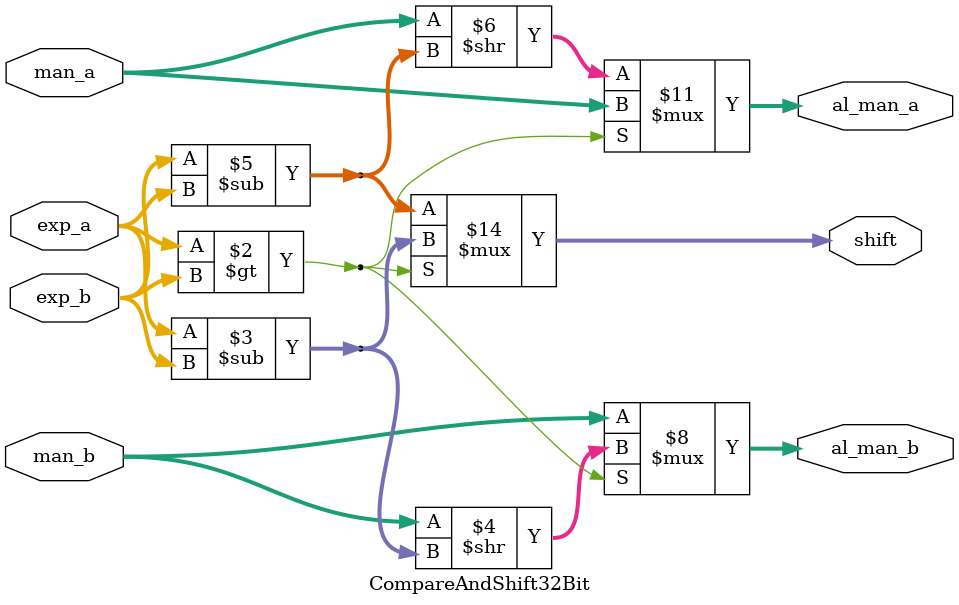
<source format=v>
`timescale 1ns / 1ps

module CompareAndShift32Bit (
    input [4:0] exp_a,
    input [4:0] exp_b,
    input [10:0] man_a,
    input [10:0] man_b,
    output reg [10:0] al_man_a,
    output reg [10:0] al_man_b,
    output reg [7:0] shift
);
    always @(*) begin
        if (exp_a > exp_b) begin
            shift = exp_a - exp_b;
            al_man_a = man_a;
            al_man_b = man_b >> shift;
        end else begin
            shift = exp_b - exp_a;
            al_man_a = man_a >> shift;
            al_man_b = man_b;
        end
    end
endmodule

</source>
